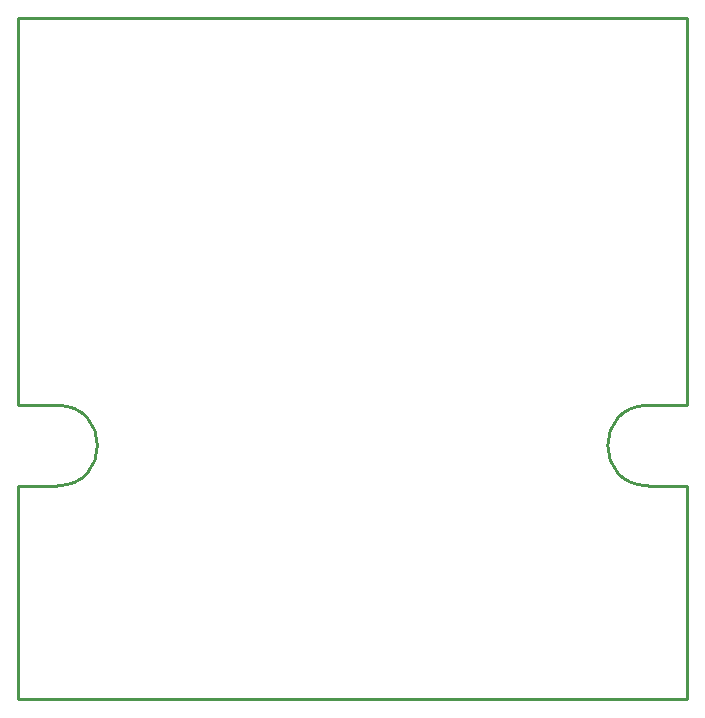
<source format=gm1>
G04 Layer_Color=16711935*
%FSLAX44Y44*%
%MOMM*%
G71*
G01*
G75*
%ADD39C,0.2540*%
D39*
X533050Y248950D02*
G03*
X533050Y180950I0J-34000D01*
G01*
X33050D02*
G03*
X33050Y248950I0J34000D01*
G01*
X0Y0D02*
X566100D01*
X0Y576600D02*
X566100D01*
Y0D02*
Y180900D01*
X566050Y180950D02*
X566100Y180900D01*
X533050Y180950D02*
X566050D01*
X533050Y249100D02*
X566100D01*
Y576600D01*
X0Y180950D02*
X33050D01*
X0Y0D02*
Y180950D01*
Y248950D02*
X33050D01*
X0D02*
Y576600D01*
M02*

</source>
